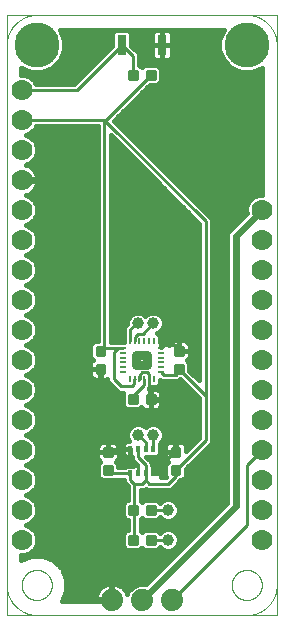
<source format=gtl>
G75*
%MOIN*%
%OFA0B0*%
%FSLAX25Y25*%
%IPPOS*%
%LPD*%
%AMOC8*
5,1,8,0,0,1.08239X$1,22.5*
%
%ADD10C,0.00000*%
%ADD11C,0.00875*%
%ADD12C,0.07400*%
%ADD13C,0.15000*%
%ADD14C,0.07000*%
%ADD15R,0.01378X0.01969*%
%ADD16R,0.03150X0.06693*%
%ADD17R,0.02362X0.00787*%
%ADD18R,0.00787X0.02362*%
%ADD19C,0.03031*%
%ADD20C,0.01600*%
%ADD21C,0.01000*%
%ADD22C,0.03962*%
%ADD23C,0.02400*%
D10*
X0005000Y0004300D02*
X0005000Y0204261D01*
X0094951Y0204261D01*
X0094951Y0004300D01*
X0005000Y0004300D01*
X0005000Y0014300D02*
X0005000Y0194300D01*
X0005003Y0194542D01*
X0005012Y0194783D01*
X0005026Y0195024D01*
X0005047Y0195265D01*
X0005073Y0195505D01*
X0005105Y0195745D01*
X0005143Y0195984D01*
X0005186Y0196221D01*
X0005236Y0196458D01*
X0005291Y0196693D01*
X0005351Y0196927D01*
X0005418Y0197159D01*
X0005489Y0197390D01*
X0005567Y0197619D01*
X0005650Y0197846D01*
X0005738Y0198071D01*
X0005832Y0198294D01*
X0005931Y0198514D01*
X0006036Y0198732D01*
X0006145Y0198947D01*
X0006260Y0199160D01*
X0006380Y0199370D01*
X0006505Y0199576D01*
X0006635Y0199780D01*
X0006770Y0199981D01*
X0006910Y0200178D01*
X0007054Y0200372D01*
X0007203Y0200562D01*
X0007357Y0200748D01*
X0007515Y0200931D01*
X0007677Y0201110D01*
X0007844Y0201285D01*
X0008015Y0201456D01*
X0008190Y0201623D01*
X0008369Y0201785D01*
X0008552Y0201943D01*
X0008738Y0202097D01*
X0008928Y0202246D01*
X0009122Y0202390D01*
X0009319Y0202530D01*
X0009520Y0202665D01*
X0009724Y0202795D01*
X0009930Y0202920D01*
X0010140Y0203040D01*
X0010353Y0203155D01*
X0010568Y0203264D01*
X0010786Y0203369D01*
X0011006Y0203468D01*
X0011229Y0203562D01*
X0011454Y0203650D01*
X0011681Y0203733D01*
X0011910Y0203811D01*
X0012141Y0203882D01*
X0012373Y0203949D01*
X0012607Y0204009D01*
X0012842Y0204064D01*
X0013079Y0204114D01*
X0013316Y0204157D01*
X0013555Y0204195D01*
X0013795Y0204227D01*
X0014035Y0204253D01*
X0014276Y0204274D01*
X0014517Y0204288D01*
X0014758Y0204297D01*
X0015000Y0204300D01*
X0085000Y0204300D01*
X0085242Y0204297D01*
X0085483Y0204288D01*
X0085724Y0204274D01*
X0085965Y0204253D01*
X0086205Y0204227D01*
X0086445Y0204195D01*
X0086684Y0204157D01*
X0086921Y0204114D01*
X0087158Y0204064D01*
X0087393Y0204009D01*
X0087627Y0203949D01*
X0087859Y0203882D01*
X0088090Y0203811D01*
X0088319Y0203733D01*
X0088546Y0203650D01*
X0088771Y0203562D01*
X0088994Y0203468D01*
X0089214Y0203369D01*
X0089432Y0203264D01*
X0089647Y0203155D01*
X0089860Y0203040D01*
X0090070Y0202920D01*
X0090276Y0202795D01*
X0090480Y0202665D01*
X0090681Y0202530D01*
X0090878Y0202390D01*
X0091072Y0202246D01*
X0091262Y0202097D01*
X0091448Y0201943D01*
X0091631Y0201785D01*
X0091810Y0201623D01*
X0091985Y0201456D01*
X0092156Y0201285D01*
X0092323Y0201110D01*
X0092485Y0200931D01*
X0092643Y0200748D01*
X0092797Y0200562D01*
X0092946Y0200372D01*
X0093090Y0200178D01*
X0093230Y0199981D01*
X0093365Y0199780D01*
X0093495Y0199576D01*
X0093620Y0199370D01*
X0093740Y0199160D01*
X0093855Y0198947D01*
X0093964Y0198732D01*
X0094069Y0198514D01*
X0094168Y0198294D01*
X0094262Y0198071D01*
X0094350Y0197846D01*
X0094433Y0197619D01*
X0094511Y0197390D01*
X0094582Y0197159D01*
X0094649Y0196927D01*
X0094709Y0196693D01*
X0094764Y0196458D01*
X0094814Y0196221D01*
X0094857Y0195984D01*
X0094895Y0195745D01*
X0094927Y0195505D01*
X0094953Y0195265D01*
X0094974Y0195024D01*
X0094988Y0194783D01*
X0094997Y0194542D01*
X0095000Y0194300D01*
X0095000Y0014300D01*
X0080000Y0014300D02*
X0080002Y0014441D01*
X0080008Y0014582D01*
X0080018Y0014722D01*
X0080032Y0014862D01*
X0080050Y0015002D01*
X0080071Y0015141D01*
X0080097Y0015280D01*
X0080126Y0015418D01*
X0080160Y0015554D01*
X0080197Y0015690D01*
X0080238Y0015825D01*
X0080283Y0015959D01*
X0080332Y0016091D01*
X0080384Y0016222D01*
X0080440Y0016351D01*
X0080500Y0016478D01*
X0080563Y0016604D01*
X0080629Y0016728D01*
X0080700Y0016851D01*
X0080773Y0016971D01*
X0080850Y0017089D01*
X0080930Y0017205D01*
X0081014Y0017318D01*
X0081100Y0017429D01*
X0081190Y0017538D01*
X0081283Y0017644D01*
X0081378Y0017747D01*
X0081477Y0017848D01*
X0081578Y0017946D01*
X0081682Y0018041D01*
X0081789Y0018133D01*
X0081898Y0018222D01*
X0082010Y0018307D01*
X0082124Y0018390D01*
X0082240Y0018470D01*
X0082359Y0018546D01*
X0082480Y0018618D01*
X0082602Y0018688D01*
X0082727Y0018753D01*
X0082853Y0018816D01*
X0082981Y0018874D01*
X0083111Y0018929D01*
X0083242Y0018981D01*
X0083375Y0019028D01*
X0083509Y0019072D01*
X0083644Y0019113D01*
X0083780Y0019149D01*
X0083917Y0019181D01*
X0084055Y0019210D01*
X0084193Y0019235D01*
X0084333Y0019255D01*
X0084473Y0019272D01*
X0084613Y0019285D01*
X0084754Y0019294D01*
X0084894Y0019299D01*
X0085035Y0019300D01*
X0085176Y0019297D01*
X0085317Y0019290D01*
X0085457Y0019279D01*
X0085597Y0019264D01*
X0085737Y0019245D01*
X0085876Y0019223D01*
X0086014Y0019196D01*
X0086152Y0019166D01*
X0086288Y0019131D01*
X0086424Y0019093D01*
X0086558Y0019051D01*
X0086692Y0019005D01*
X0086824Y0018956D01*
X0086954Y0018902D01*
X0087083Y0018845D01*
X0087210Y0018785D01*
X0087336Y0018721D01*
X0087459Y0018653D01*
X0087581Y0018582D01*
X0087701Y0018508D01*
X0087818Y0018430D01*
X0087933Y0018349D01*
X0088046Y0018265D01*
X0088157Y0018178D01*
X0088265Y0018087D01*
X0088370Y0017994D01*
X0088473Y0017897D01*
X0088573Y0017798D01*
X0088670Y0017696D01*
X0088764Y0017591D01*
X0088855Y0017484D01*
X0088943Y0017374D01*
X0089028Y0017262D01*
X0089110Y0017147D01*
X0089189Y0017030D01*
X0089264Y0016911D01*
X0089336Y0016790D01*
X0089404Y0016667D01*
X0089469Y0016542D01*
X0089531Y0016415D01*
X0089588Y0016286D01*
X0089643Y0016156D01*
X0089693Y0016025D01*
X0089740Y0015892D01*
X0089783Y0015758D01*
X0089822Y0015622D01*
X0089857Y0015486D01*
X0089889Y0015349D01*
X0089916Y0015211D01*
X0089940Y0015072D01*
X0089960Y0014932D01*
X0089976Y0014792D01*
X0089988Y0014652D01*
X0089996Y0014511D01*
X0090000Y0014370D01*
X0090000Y0014230D01*
X0089996Y0014089D01*
X0089988Y0013948D01*
X0089976Y0013808D01*
X0089960Y0013668D01*
X0089940Y0013528D01*
X0089916Y0013389D01*
X0089889Y0013251D01*
X0089857Y0013114D01*
X0089822Y0012978D01*
X0089783Y0012842D01*
X0089740Y0012708D01*
X0089693Y0012575D01*
X0089643Y0012444D01*
X0089588Y0012314D01*
X0089531Y0012185D01*
X0089469Y0012058D01*
X0089404Y0011933D01*
X0089336Y0011810D01*
X0089264Y0011689D01*
X0089189Y0011570D01*
X0089110Y0011453D01*
X0089028Y0011338D01*
X0088943Y0011226D01*
X0088855Y0011116D01*
X0088764Y0011009D01*
X0088670Y0010904D01*
X0088573Y0010802D01*
X0088473Y0010703D01*
X0088370Y0010606D01*
X0088265Y0010513D01*
X0088157Y0010422D01*
X0088046Y0010335D01*
X0087933Y0010251D01*
X0087818Y0010170D01*
X0087701Y0010092D01*
X0087581Y0010018D01*
X0087459Y0009947D01*
X0087336Y0009879D01*
X0087210Y0009815D01*
X0087083Y0009755D01*
X0086954Y0009698D01*
X0086824Y0009644D01*
X0086692Y0009595D01*
X0086558Y0009549D01*
X0086424Y0009507D01*
X0086288Y0009469D01*
X0086152Y0009434D01*
X0086014Y0009404D01*
X0085876Y0009377D01*
X0085737Y0009355D01*
X0085597Y0009336D01*
X0085457Y0009321D01*
X0085317Y0009310D01*
X0085176Y0009303D01*
X0085035Y0009300D01*
X0084894Y0009301D01*
X0084754Y0009306D01*
X0084613Y0009315D01*
X0084473Y0009328D01*
X0084333Y0009345D01*
X0084193Y0009365D01*
X0084055Y0009390D01*
X0083917Y0009419D01*
X0083780Y0009451D01*
X0083644Y0009487D01*
X0083509Y0009528D01*
X0083375Y0009572D01*
X0083242Y0009619D01*
X0083111Y0009671D01*
X0082981Y0009726D01*
X0082853Y0009784D01*
X0082727Y0009847D01*
X0082602Y0009912D01*
X0082480Y0009982D01*
X0082359Y0010054D01*
X0082240Y0010130D01*
X0082124Y0010210D01*
X0082010Y0010293D01*
X0081898Y0010378D01*
X0081789Y0010467D01*
X0081682Y0010559D01*
X0081578Y0010654D01*
X0081477Y0010752D01*
X0081378Y0010853D01*
X0081283Y0010956D01*
X0081190Y0011062D01*
X0081100Y0011171D01*
X0081014Y0011282D01*
X0080930Y0011395D01*
X0080850Y0011511D01*
X0080773Y0011629D01*
X0080700Y0011749D01*
X0080629Y0011872D01*
X0080563Y0011996D01*
X0080500Y0012122D01*
X0080440Y0012249D01*
X0080384Y0012378D01*
X0080332Y0012509D01*
X0080283Y0012641D01*
X0080238Y0012775D01*
X0080197Y0012910D01*
X0080160Y0013046D01*
X0080126Y0013182D01*
X0080097Y0013320D01*
X0080071Y0013459D01*
X0080050Y0013598D01*
X0080032Y0013738D01*
X0080018Y0013878D01*
X0080008Y0014018D01*
X0080002Y0014159D01*
X0080000Y0014300D01*
X0085000Y0004300D02*
X0085242Y0004303D01*
X0085483Y0004312D01*
X0085724Y0004326D01*
X0085965Y0004347D01*
X0086205Y0004373D01*
X0086445Y0004405D01*
X0086684Y0004443D01*
X0086921Y0004486D01*
X0087158Y0004536D01*
X0087393Y0004591D01*
X0087627Y0004651D01*
X0087859Y0004718D01*
X0088090Y0004789D01*
X0088319Y0004867D01*
X0088546Y0004950D01*
X0088771Y0005038D01*
X0088994Y0005132D01*
X0089214Y0005231D01*
X0089432Y0005336D01*
X0089647Y0005445D01*
X0089860Y0005560D01*
X0090070Y0005680D01*
X0090276Y0005805D01*
X0090480Y0005935D01*
X0090681Y0006070D01*
X0090878Y0006210D01*
X0091072Y0006354D01*
X0091262Y0006503D01*
X0091448Y0006657D01*
X0091631Y0006815D01*
X0091810Y0006977D01*
X0091985Y0007144D01*
X0092156Y0007315D01*
X0092323Y0007490D01*
X0092485Y0007669D01*
X0092643Y0007852D01*
X0092797Y0008038D01*
X0092946Y0008228D01*
X0093090Y0008422D01*
X0093230Y0008619D01*
X0093365Y0008820D01*
X0093495Y0009024D01*
X0093620Y0009230D01*
X0093740Y0009440D01*
X0093855Y0009653D01*
X0093964Y0009868D01*
X0094069Y0010086D01*
X0094168Y0010306D01*
X0094262Y0010529D01*
X0094350Y0010754D01*
X0094433Y0010981D01*
X0094511Y0011210D01*
X0094582Y0011441D01*
X0094649Y0011673D01*
X0094709Y0011907D01*
X0094764Y0012142D01*
X0094814Y0012379D01*
X0094857Y0012616D01*
X0094895Y0012855D01*
X0094927Y0013095D01*
X0094953Y0013335D01*
X0094974Y0013576D01*
X0094988Y0013817D01*
X0094997Y0014058D01*
X0095000Y0014300D01*
X0085000Y0004300D02*
X0015000Y0004300D01*
X0010000Y0014300D02*
X0010002Y0014441D01*
X0010008Y0014582D01*
X0010018Y0014722D01*
X0010032Y0014862D01*
X0010050Y0015002D01*
X0010071Y0015141D01*
X0010097Y0015280D01*
X0010126Y0015418D01*
X0010160Y0015554D01*
X0010197Y0015690D01*
X0010238Y0015825D01*
X0010283Y0015959D01*
X0010332Y0016091D01*
X0010384Y0016222D01*
X0010440Y0016351D01*
X0010500Y0016478D01*
X0010563Y0016604D01*
X0010629Y0016728D01*
X0010700Y0016851D01*
X0010773Y0016971D01*
X0010850Y0017089D01*
X0010930Y0017205D01*
X0011014Y0017318D01*
X0011100Y0017429D01*
X0011190Y0017538D01*
X0011283Y0017644D01*
X0011378Y0017747D01*
X0011477Y0017848D01*
X0011578Y0017946D01*
X0011682Y0018041D01*
X0011789Y0018133D01*
X0011898Y0018222D01*
X0012010Y0018307D01*
X0012124Y0018390D01*
X0012240Y0018470D01*
X0012359Y0018546D01*
X0012480Y0018618D01*
X0012602Y0018688D01*
X0012727Y0018753D01*
X0012853Y0018816D01*
X0012981Y0018874D01*
X0013111Y0018929D01*
X0013242Y0018981D01*
X0013375Y0019028D01*
X0013509Y0019072D01*
X0013644Y0019113D01*
X0013780Y0019149D01*
X0013917Y0019181D01*
X0014055Y0019210D01*
X0014193Y0019235D01*
X0014333Y0019255D01*
X0014473Y0019272D01*
X0014613Y0019285D01*
X0014754Y0019294D01*
X0014894Y0019299D01*
X0015035Y0019300D01*
X0015176Y0019297D01*
X0015317Y0019290D01*
X0015457Y0019279D01*
X0015597Y0019264D01*
X0015737Y0019245D01*
X0015876Y0019223D01*
X0016014Y0019196D01*
X0016152Y0019166D01*
X0016288Y0019131D01*
X0016424Y0019093D01*
X0016558Y0019051D01*
X0016692Y0019005D01*
X0016824Y0018956D01*
X0016954Y0018902D01*
X0017083Y0018845D01*
X0017210Y0018785D01*
X0017336Y0018721D01*
X0017459Y0018653D01*
X0017581Y0018582D01*
X0017701Y0018508D01*
X0017818Y0018430D01*
X0017933Y0018349D01*
X0018046Y0018265D01*
X0018157Y0018178D01*
X0018265Y0018087D01*
X0018370Y0017994D01*
X0018473Y0017897D01*
X0018573Y0017798D01*
X0018670Y0017696D01*
X0018764Y0017591D01*
X0018855Y0017484D01*
X0018943Y0017374D01*
X0019028Y0017262D01*
X0019110Y0017147D01*
X0019189Y0017030D01*
X0019264Y0016911D01*
X0019336Y0016790D01*
X0019404Y0016667D01*
X0019469Y0016542D01*
X0019531Y0016415D01*
X0019588Y0016286D01*
X0019643Y0016156D01*
X0019693Y0016025D01*
X0019740Y0015892D01*
X0019783Y0015758D01*
X0019822Y0015622D01*
X0019857Y0015486D01*
X0019889Y0015349D01*
X0019916Y0015211D01*
X0019940Y0015072D01*
X0019960Y0014932D01*
X0019976Y0014792D01*
X0019988Y0014652D01*
X0019996Y0014511D01*
X0020000Y0014370D01*
X0020000Y0014230D01*
X0019996Y0014089D01*
X0019988Y0013948D01*
X0019976Y0013808D01*
X0019960Y0013668D01*
X0019940Y0013528D01*
X0019916Y0013389D01*
X0019889Y0013251D01*
X0019857Y0013114D01*
X0019822Y0012978D01*
X0019783Y0012842D01*
X0019740Y0012708D01*
X0019693Y0012575D01*
X0019643Y0012444D01*
X0019588Y0012314D01*
X0019531Y0012185D01*
X0019469Y0012058D01*
X0019404Y0011933D01*
X0019336Y0011810D01*
X0019264Y0011689D01*
X0019189Y0011570D01*
X0019110Y0011453D01*
X0019028Y0011338D01*
X0018943Y0011226D01*
X0018855Y0011116D01*
X0018764Y0011009D01*
X0018670Y0010904D01*
X0018573Y0010802D01*
X0018473Y0010703D01*
X0018370Y0010606D01*
X0018265Y0010513D01*
X0018157Y0010422D01*
X0018046Y0010335D01*
X0017933Y0010251D01*
X0017818Y0010170D01*
X0017701Y0010092D01*
X0017581Y0010018D01*
X0017459Y0009947D01*
X0017336Y0009879D01*
X0017210Y0009815D01*
X0017083Y0009755D01*
X0016954Y0009698D01*
X0016824Y0009644D01*
X0016692Y0009595D01*
X0016558Y0009549D01*
X0016424Y0009507D01*
X0016288Y0009469D01*
X0016152Y0009434D01*
X0016014Y0009404D01*
X0015876Y0009377D01*
X0015737Y0009355D01*
X0015597Y0009336D01*
X0015457Y0009321D01*
X0015317Y0009310D01*
X0015176Y0009303D01*
X0015035Y0009300D01*
X0014894Y0009301D01*
X0014754Y0009306D01*
X0014613Y0009315D01*
X0014473Y0009328D01*
X0014333Y0009345D01*
X0014193Y0009365D01*
X0014055Y0009390D01*
X0013917Y0009419D01*
X0013780Y0009451D01*
X0013644Y0009487D01*
X0013509Y0009528D01*
X0013375Y0009572D01*
X0013242Y0009619D01*
X0013111Y0009671D01*
X0012981Y0009726D01*
X0012853Y0009784D01*
X0012727Y0009847D01*
X0012602Y0009912D01*
X0012480Y0009982D01*
X0012359Y0010054D01*
X0012240Y0010130D01*
X0012124Y0010210D01*
X0012010Y0010293D01*
X0011898Y0010378D01*
X0011789Y0010467D01*
X0011682Y0010559D01*
X0011578Y0010654D01*
X0011477Y0010752D01*
X0011378Y0010853D01*
X0011283Y0010956D01*
X0011190Y0011062D01*
X0011100Y0011171D01*
X0011014Y0011282D01*
X0010930Y0011395D01*
X0010850Y0011511D01*
X0010773Y0011629D01*
X0010700Y0011749D01*
X0010629Y0011872D01*
X0010563Y0011996D01*
X0010500Y0012122D01*
X0010440Y0012249D01*
X0010384Y0012378D01*
X0010332Y0012509D01*
X0010283Y0012641D01*
X0010238Y0012775D01*
X0010197Y0012910D01*
X0010160Y0013046D01*
X0010126Y0013182D01*
X0010097Y0013320D01*
X0010071Y0013459D01*
X0010050Y0013598D01*
X0010032Y0013738D01*
X0010018Y0013878D01*
X0010008Y0014018D01*
X0010002Y0014159D01*
X0010000Y0014300D01*
X0005000Y0014300D02*
X0005003Y0014058D01*
X0005012Y0013817D01*
X0005026Y0013576D01*
X0005047Y0013335D01*
X0005073Y0013095D01*
X0005105Y0012855D01*
X0005143Y0012616D01*
X0005186Y0012379D01*
X0005236Y0012142D01*
X0005291Y0011907D01*
X0005351Y0011673D01*
X0005418Y0011441D01*
X0005489Y0011210D01*
X0005567Y0010981D01*
X0005650Y0010754D01*
X0005738Y0010529D01*
X0005832Y0010306D01*
X0005931Y0010086D01*
X0006036Y0009868D01*
X0006145Y0009653D01*
X0006260Y0009440D01*
X0006380Y0009230D01*
X0006505Y0009024D01*
X0006635Y0008820D01*
X0006770Y0008619D01*
X0006910Y0008422D01*
X0007054Y0008228D01*
X0007203Y0008038D01*
X0007357Y0007852D01*
X0007515Y0007669D01*
X0007677Y0007490D01*
X0007844Y0007315D01*
X0008015Y0007144D01*
X0008190Y0006977D01*
X0008369Y0006815D01*
X0008552Y0006657D01*
X0008738Y0006503D01*
X0008928Y0006354D01*
X0009122Y0006210D01*
X0009319Y0006070D01*
X0009520Y0005935D01*
X0009724Y0005805D01*
X0009930Y0005680D01*
X0010140Y0005560D01*
X0010353Y0005445D01*
X0010568Y0005336D01*
X0010786Y0005231D01*
X0011006Y0005132D01*
X0011229Y0005038D01*
X0011454Y0004950D01*
X0011681Y0004867D01*
X0011910Y0004789D01*
X0012141Y0004718D01*
X0012373Y0004651D01*
X0012607Y0004591D01*
X0012842Y0004536D01*
X0013079Y0004486D01*
X0013316Y0004443D01*
X0013555Y0004405D01*
X0013795Y0004373D01*
X0014035Y0004347D01*
X0014276Y0004326D01*
X0014517Y0004312D01*
X0014758Y0004303D01*
X0015000Y0004300D01*
D11*
X0040063Y0051237D02*
X0040063Y0053863D01*
X0040063Y0051237D02*
X0037437Y0051237D01*
X0037437Y0053863D01*
X0040063Y0053863D01*
X0040063Y0052111D02*
X0037437Y0052111D01*
X0037437Y0052985D02*
X0040063Y0052985D01*
X0040063Y0053859D02*
X0037437Y0053859D01*
X0040063Y0057237D02*
X0040063Y0059863D01*
X0040063Y0057237D02*
X0037437Y0057237D01*
X0037437Y0059863D01*
X0040063Y0059863D01*
X0040063Y0058111D02*
X0037437Y0058111D01*
X0037437Y0058985D02*
X0040063Y0058985D01*
X0040063Y0059859D02*
X0037437Y0059859D01*
X0045687Y0074862D02*
X0048313Y0074862D01*
X0045687Y0074862D02*
X0045687Y0077488D01*
X0048313Y0077488D01*
X0048313Y0074862D01*
X0048313Y0075736D02*
X0045687Y0075736D01*
X0045687Y0076610D02*
X0048313Y0076610D01*
X0048313Y0077484D02*
X0045687Y0077484D01*
X0051687Y0074862D02*
X0054313Y0074862D01*
X0051687Y0074862D02*
X0051687Y0077488D01*
X0054313Y0077488D01*
X0054313Y0074862D01*
X0054313Y0075736D02*
X0051687Y0075736D01*
X0051687Y0076610D02*
X0054313Y0076610D01*
X0054313Y0077484D02*
X0051687Y0077484D01*
X0062563Y0059863D02*
X0062563Y0057237D01*
X0059937Y0057237D01*
X0059937Y0059863D01*
X0062563Y0059863D01*
X0062563Y0058111D02*
X0059937Y0058111D01*
X0059937Y0058985D02*
X0062563Y0058985D01*
X0062563Y0059859D02*
X0059937Y0059859D01*
X0062563Y0053863D02*
X0062563Y0051237D01*
X0059937Y0051237D01*
X0059937Y0053863D01*
X0062563Y0053863D01*
X0062563Y0052111D02*
X0059937Y0052111D01*
X0059937Y0052985D02*
X0062563Y0052985D01*
X0062563Y0053859D02*
X0059937Y0053859D01*
X0054313Y0040613D02*
X0051687Y0040613D01*
X0054313Y0040613D02*
X0054313Y0037987D01*
X0051687Y0037987D01*
X0051687Y0040613D01*
X0051687Y0038861D02*
X0054313Y0038861D01*
X0054313Y0039735D02*
X0051687Y0039735D01*
X0051687Y0040609D02*
X0054313Y0040609D01*
X0054313Y0030613D02*
X0051687Y0030613D01*
X0054313Y0030613D02*
X0054313Y0027987D01*
X0051687Y0027987D01*
X0051687Y0030613D01*
X0051687Y0028861D02*
X0054313Y0028861D01*
X0054313Y0029735D02*
X0051687Y0029735D01*
X0051687Y0030609D02*
X0054313Y0030609D01*
X0048313Y0030613D02*
X0045687Y0030613D01*
X0048313Y0030613D02*
X0048313Y0027987D01*
X0045687Y0027987D01*
X0045687Y0030613D01*
X0045687Y0028861D02*
X0048313Y0028861D01*
X0048313Y0029735D02*
X0045687Y0029735D01*
X0045687Y0030609D02*
X0048313Y0030609D01*
X0048313Y0040613D02*
X0045687Y0040613D01*
X0048313Y0040613D02*
X0048313Y0037987D01*
X0045687Y0037987D01*
X0045687Y0040613D01*
X0045687Y0038861D02*
X0048313Y0038861D01*
X0048313Y0039735D02*
X0045687Y0039735D01*
X0045687Y0040609D02*
X0048313Y0040609D01*
X0034937Y0084987D02*
X0034937Y0087613D01*
X0037563Y0087613D01*
X0037563Y0084987D01*
X0034937Y0084987D01*
X0034937Y0085861D02*
X0037563Y0085861D01*
X0037563Y0086735D02*
X0034937Y0086735D01*
X0034937Y0087609D02*
X0037563Y0087609D01*
X0034937Y0090987D02*
X0034937Y0093613D01*
X0037563Y0093613D01*
X0037563Y0090987D01*
X0034937Y0090987D01*
X0034937Y0091861D02*
X0037563Y0091861D01*
X0037563Y0092735D02*
X0034937Y0092735D01*
X0034937Y0093609D02*
X0037563Y0093609D01*
X0063813Y0093613D02*
X0063813Y0090987D01*
X0061187Y0090987D01*
X0061187Y0093613D01*
X0063813Y0093613D01*
X0063813Y0091861D02*
X0061187Y0091861D01*
X0061187Y0092735D02*
X0063813Y0092735D01*
X0063813Y0093609D02*
X0061187Y0093609D01*
X0063813Y0087613D02*
X0063813Y0084987D01*
X0061187Y0084987D01*
X0061187Y0087613D01*
X0063813Y0087613D01*
X0063813Y0085861D02*
X0061187Y0085861D01*
X0061187Y0086735D02*
X0063813Y0086735D01*
X0063813Y0087609D02*
X0061187Y0087609D01*
X0054313Y0185613D02*
X0051687Y0185613D01*
X0054313Y0185613D02*
X0054313Y0182987D01*
X0051687Y0182987D01*
X0051687Y0185613D01*
X0051687Y0183861D02*
X0054313Y0183861D01*
X0054313Y0184735D02*
X0051687Y0184735D01*
X0051687Y0185609D02*
X0054313Y0185609D01*
X0048313Y0185613D02*
X0045687Y0185613D01*
X0048313Y0185613D02*
X0048313Y0182987D01*
X0045687Y0182987D01*
X0045687Y0185613D01*
X0045687Y0183861D02*
X0048313Y0183861D01*
X0048313Y0184735D02*
X0045687Y0184735D01*
X0045687Y0185609D02*
X0048313Y0185609D01*
D12*
X0050000Y0009300D03*
X0040000Y0009300D03*
X0060000Y0009300D03*
D13*
X0085000Y0194300D03*
X0015000Y0194300D03*
D14*
X0010000Y0179300D03*
X0010000Y0169300D03*
X0010000Y0159300D03*
X0010000Y0149300D03*
X0010000Y0139300D03*
X0010000Y0129300D03*
X0010000Y0119300D03*
X0010000Y0109300D03*
X0010000Y0099300D03*
X0010000Y0089300D03*
X0010000Y0079300D03*
X0010000Y0069300D03*
X0010000Y0059300D03*
X0010000Y0049300D03*
X0010000Y0039300D03*
X0010000Y0029300D03*
X0090000Y0029300D03*
X0090000Y0039300D03*
X0090000Y0049300D03*
X0090000Y0059300D03*
X0090000Y0069300D03*
X0090000Y0079300D03*
X0090000Y0089300D03*
X0090000Y0099300D03*
X0090000Y0109300D03*
X0090000Y0119300D03*
X0090000Y0129300D03*
X0090000Y0139300D03*
D15*
X0053839Y0059585D03*
X0051280Y0059585D03*
X0048720Y0059585D03*
X0046161Y0059585D03*
X0046161Y0051515D03*
X0048720Y0051515D03*
X0051280Y0051515D03*
X0053839Y0051515D03*
D16*
X0056693Y0194300D03*
X0043307Y0194300D03*
D17*
X0043701Y0093237D03*
X0043701Y0091662D03*
X0043701Y0090087D03*
X0043701Y0088513D03*
X0043701Y0086938D03*
X0043701Y0085363D03*
X0056299Y0085363D03*
X0056299Y0086938D03*
X0056299Y0088513D03*
X0056299Y0090087D03*
X0056299Y0091662D03*
X0056299Y0093237D03*
D18*
X0053937Y0095599D03*
X0052362Y0095599D03*
X0050787Y0095599D03*
X0049213Y0095599D03*
X0047638Y0095599D03*
X0046063Y0095599D03*
X0046063Y0083001D03*
X0047638Y0083001D03*
X0049213Y0083001D03*
X0050787Y0083001D03*
X0052362Y0083001D03*
X0053937Y0083001D03*
D19*
X0051831Y0087784D02*
X0048169Y0087784D01*
X0048169Y0090816D01*
X0051831Y0090816D01*
X0051831Y0087784D01*
X0051831Y0090814D02*
X0048169Y0090814D01*
D20*
X0043963Y0095337D02*
X0043963Y0100249D01*
X0045120Y0101405D01*
X0045120Y0102207D01*
X0045665Y0103523D01*
X0046672Y0104531D01*
X0047988Y0105076D01*
X0049413Y0105076D01*
X0050729Y0104531D01*
X0051243Y0104017D01*
X0051790Y0104565D01*
X0053107Y0105110D01*
X0054531Y0105110D01*
X0055847Y0104565D01*
X0056855Y0103558D01*
X0057400Y0102242D01*
X0057400Y0100817D01*
X0056855Y0099501D01*
X0055847Y0098493D01*
X0055164Y0098210D01*
X0055931Y0097443D01*
X0055931Y0095431D01*
X0056299Y0095431D01*
X0056299Y0093656D01*
X0056299Y0093656D01*
X0056299Y0095431D01*
X0057717Y0095431D01*
X0058175Y0095308D01*
X0058586Y0095071D01*
X0058921Y0094736D01*
X0059092Y0094438D01*
X0059102Y0094476D01*
X0059397Y0094986D01*
X0059814Y0095403D01*
X0060324Y0095698D01*
X0060893Y0095850D01*
X0062425Y0095850D01*
X0062425Y0092375D01*
X0062575Y0092375D01*
X0062575Y0095850D01*
X0064107Y0095850D01*
X0064676Y0095698D01*
X0065186Y0095403D01*
X0065603Y0094986D01*
X0065898Y0094476D01*
X0066050Y0093907D01*
X0066050Y0092375D01*
X0062575Y0092375D01*
X0062575Y0092225D01*
X0066050Y0092225D01*
X0066050Y0090693D01*
X0065898Y0090124D01*
X0065603Y0089614D01*
X0065186Y0089197D01*
X0065138Y0089169D01*
X0065850Y0088456D01*
X0065850Y0085795D01*
X0069150Y0082495D01*
X0069150Y0134680D01*
X0039600Y0164230D01*
X0039600Y0095337D01*
X0043963Y0095337D01*
X0043963Y0095415D02*
X0039600Y0095415D01*
X0039600Y0097014D02*
X0043963Y0097014D01*
X0043963Y0098612D02*
X0039600Y0098612D01*
X0039600Y0100211D02*
X0043963Y0100211D01*
X0045120Y0101809D02*
X0039600Y0101809D01*
X0039600Y0103408D02*
X0045617Y0103408D01*
X0047820Y0105006D02*
X0039600Y0105006D01*
X0039600Y0106605D02*
X0069150Y0106605D01*
X0069150Y0108203D02*
X0039600Y0108203D01*
X0039600Y0109802D02*
X0069150Y0109802D01*
X0069150Y0111400D02*
X0039600Y0111400D01*
X0039600Y0112999D02*
X0069150Y0112999D01*
X0069150Y0114597D02*
X0039600Y0114597D01*
X0039600Y0116196D02*
X0069150Y0116196D01*
X0069150Y0117794D02*
X0039600Y0117794D01*
X0039600Y0119393D02*
X0069150Y0119393D01*
X0069150Y0120991D02*
X0039600Y0120991D01*
X0039600Y0122590D02*
X0069150Y0122590D01*
X0069150Y0124188D02*
X0039600Y0124188D01*
X0039600Y0125787D02*
X0069150Y0125787D01*
X0069150Y0127385D02*
X0039600Y0127385D01*
X0039600Y0128984D02*
X0069150Y0128984D01*
X0069150Y0130582D02*
X0039600Y0130582D01*
X0039600Y0132181D02*
X0069150Y0132181D01*
X0069150Y0133779D02*
X0039600Y0133779D01*
X0039600Y0135378D02*
X0068452Y0135378D01*
X0066854Y0136976D02*
X0039600Y0136976D01*
X0039600Y0138575D02*
X0065255Y0138575D01*
X0063657Y0140173D02*
X0039600Y0140173D01*
X0039600Y0141772D02*
X0062058Y0141772D01*
X0060460Y0143370D02*
X0039600Y0143370D01*
X0039600Y0144969D02*
X0058861Y0144969D01*
X0057263Y0146568D02*
X0039600Y0146568D01*
X0039600Y0148166D02*
X0055664Y0148166D01*
X0054066Y0149765D02*
X0039600Y0149765D01*
X0039600Y0151363D02*
X0052467Y0151363D01*
X0050869Y0152962D02*
X0039600Y0152962D01*
X0039600Y0154560D02*
X0049270Y0154560D01*
X0047672Y0156159D02*
X0039600Y0156159D01*
X0039600Y0157757D02*
X0046073Y0157757D01*
X0044475Y0159356D02*
X0039600Y0159356D01*
X0039600Y0160954D02*
X0042876Y0160954D01*
X0041278Y0162553D02*
X0039600Y0162553D01*
X0039600Y0164151D02*
X0039679Y0164151D01*
X0040823Y0168947D02*
X0090151Y0168947D01*
X0090151Y0170545D02*
X0042215Y0170545D01*
X0040720Y0169050D02*
X0052620Y0180950D01*
X0055156Y0180950D01*
X0056350Y0182144D01*
X0056350Y0186456D01*
X0055156Y0187650D01*
X0050844Y0187650D01*
X0050000Y0186806D01*
X0049156Y0187650D01*
X0049100Y0187650D01*
X0049100Y0191477D01*
X0046482Y0194095D01*
X0046482Y0198309D01*
X0045545Y0199246D01*
X0041070Y0199246D01*
X0040132Y0198309D01*
X0040132Y0194095D01*
X0027437Y0181400D01*
X0014650Y0181400D01*
X0014324Y0182189D01*
X0012889Y0183624D01*
X0011014Y0184400D01*
X0009800Y0184400D01*
X0009800Y0186631D01*
X0009845Y0186585D01*
X0013190Y0185200D01*
X0016810Y0185200D01*
X0020155Y0186585D01*
X0022715Y0189145D01*
X0024100Y0192490D01*
X0024100Y0196110D01*
X0022715Y0199455D01*
X0022709Y0199461D01*
X0077291Y0199461D01*
X0077285Y0199455D01*
X0075900Y0196110D01*
X0075900Y0192490D01*
X0077285Y0189145D01*
X0079845Y0186585D01*
X0083190Y0185200D01*
X0086810Y0185200D01*
X0090151Y0186584D01*
X0090151Y0144400D01*
X0088986Y0144400D01*
X0087111Y0143624D01*
X0085676Y0142189D01*
X0084900Y0140314D01*
X0084900Y0138286D01*
X0084937Y0138197D01*
X0079664Y0132924D01*
X0078876Y0132136D01*
X0078450Y0131107D01*
X0078450Y0041710D01*
X0051256Y0014516D01*
X0051054Y0014600D01*
X0048946Y0014600D01*
X0046998Y0013793D01*
X0045507Y0012302D01*
X0045115Y0011356D01*
X0045097Y0011411D01*
X0044704Y0012183D01*
X0044195Y0012883D01*
X0043583Y0013495D01*
X0042883Y0014004D01*
X0042111Y0014397D01*
X0041288Y0014665D01*
X0040433Y0014800D01*
X0040200Y0014800D01*
X0040200Y0009500D01*
X0039800Y0009500D01*
X0039800Y0014800D01*
X0039567Y0014800D01*
X0038712Y0014665D01*
X0037889Y0014397D01*
X0037117Y0014004D01*
X0036417Y0013495D01*
X0035805Y0012883D01*
X0035296Y0012183D01*
X0034903Y0011411D01*
X0034635Y0010588D01*
X0034500Y0009733D01*
X0034500Y0009500D01*
X0039800Y0009500D01*
X0039800Y0009100D01*
X0023454Y0009100D01*
X0024800Y0012351D01*
X0024800Y0016249D01*
X0023308Y0019851D01*
X0020551Y0022608D01*
X0016949Y0024100D01*
X0013051Y0024100D01*
X0009800Y0022754D01*
X0009800Y0024200D01*
X0011014Y0024200D01*
X0012889Y0024976D01*
X0014324Y0026411D01*
X0015100Y0028286D01*
X0015100Y0030314D01*
X0014324Y0032189D01*
X0012889Y0033624D01*
X0011256Y0034300D01*
X0012889Y0034976D01*
X0014324Y0036411D01*
X0015100Y0038286D01*
X0015100Y0040314D01*
X0014324Y0042189D01*
X0012889Y0043624D01*
X0011256Y0044300D01*
X0012889Y0044976D01*
X0014324Y0046411D01*
X0015100Y0048286D01*
X0015100Y0050314D01*
X0014324Y0052189D01*
X0012889Y0053624D01*
X0011256Y0054300D01*
X0012889Y0054976D01*
X0014324Y0056411D01*
X0015100Y0058286D01*
X0015100Y0060314D01*
X0014324Y0062189D01*
X0012889Y0063624D01*
X0011256Y0064300D01*
X0012889Y0064976D01*
X0014324Y0066411D01*
X0015100Y0068286D01*
X0015100Y0070314D01*
X0014324Y0072189D01*
X0012889Y0073624D01*
X0011256Y0074300D01*
X0012889Y0074976D01*
X0014324Y0076411D01*
X0015100Y0078286D01*
X0015100Y0080314D01*
X0014324Y0082189D01*
X0012889Y0083624D01*
X0011256Y0084300D01*
X0012889Y0084976D01*
X0014324Y0086411D01*
X0015100Y0088286D01*
X0015100Y0090314D01*
X0014324Y0092189D01*
X0012889Y0093624D01*
X0011256Y0094300D01*
X0012889Y0094976D01*
X0014324Y0096411D01*
X0015100Y0098286D01*
X0015100Y0100314D01*
X0014324Y0102189D01*
X0012889Y0103624D01*
X0011256Y0104300D01*
X0012889Y0104976D01*
X0014324Y0106411D01*
X0015100Y0108286D01*
X0015100Y0110314D01*
X0014324Y0112189D01*
X0012889Y0113624D01*
X0011256Y0114300D01*
X0012889Y0114976D01*
X0014324Y0116411D01*
X0015100Y0118286D01*
X0015100Y0120314D01*
X0014324Y0122189D01*
X0012889Y0123624D01*
X0011256Y0124300D01*
X0012889Y0124976D01*
X0014324Y0126411D01*
X0015100Y0128286D01*
X0015100Y0130314D01*
X0014324Y0132189D01*
X0012889Y0133624D01*
X0011256Y0134300D01*
X0012889Y0134976D01*
X0014324Y0136411D01*
X0015100Y0138286D01*
X0015100Y0140314D01*
X0014324Y0142189D01*
X0012889Y0143624D01*
X0011479Y0144208D01*
X0012034Y0144388D01*
X0012778Y0144767D01*
X0013453Y0145257D01*
X0014043Y0145847D01*
X0014533Y0146522D01*
X0014912Y0147266D01*
X0015169Y0148059D01*
X0015300Y0148883D01*
X0015300Y0149116D01*
X0010184Y0149116D01*
X0010184Y0149484D01*
X0015300Y0149484D01*
X0015300Y0149717D01*
X0015169Y0150541D01*
X0014912Y0151334D01*
X0014533Y0152078D01*
X0014043Y0152753D01*
X0013453Y0153343D01*
X0012778Y0153833D01*
X0012034Y0154212D01*
X0011479Y0154392D01*
X0012889Y0154976D01*
X0014324Y0156411D01*
X0015100Y0158286D01*
X0015100Y0160314D01*
X0014324Y0162189D01*
X0012889Y0163624D01*
X0011256Y0164300D01*
X0012889Y0164976D01*
X0014324Y0166411D01*
X0014650Y0167200D01*
X0035400Y0167200D01*
X0035400Y0095650D01*
X0034094Y0095650D01*
X0032900Y0094456D01*
X0032900Y0090144D01*
X0033612Y0089431D01*
X0033564Y0089403D01*
X0033147Y0088986D01*
X0032852Y0088476D01*
X0032700Y0087907D01*
X0032700Y0086375D01*
X0036175Y0086375D01*
X0036175Y0086225D01*
X0036325Y0086225D01*
X0036325Y0082750D01*
X0037857Y0082750D01*
X0038426Y0082902D01*
X0038525Y0082960D01*
X0038525Y0082180D01*
X0041025Y0079680D01*
X0042255Y0078450D01*
X0043769Y0078450D01*
X0043650Y0078331D01*
X0043650Y0074019D01*
X0044844Y0072825D01*
X0049156Y0072825D01*
X0049869Y0073537D01*
X0049897Y0073489D01*
X0050314Y0073072D01*
X0050824Y0072777D01*
X0051393Y0072625D01*
X0052925Y0072625D01*
X0052925Y0076100D01*
X0053075Y0076100D01*
X0053075Y0076250D01*
X0052925Y0076250D01*
X0052925Y0079725D01*
X0052283Y0079725D01*
X0052577Y0080020D01*
X0052993Y0080020D01*
X0053451Y0080142D01*
X0053585Y0080220D01*
X0054993Y0080220D01*
X0055931Y0081157D01*
X0055931Y0082762D01*
X0056492Y0082200D01*
X0062120Y0082200D01*
X0062812Y0082893D01*
X0069150Y0076555D01*
X0069150Y0063420D01*
X0064800Y0059070D01*
X0064800Y0060157D01*
X0064648Y0060726D01*
X0064353Y0061236D01*
X0063936Y0061653D01*
X0063426Y0061948D01*
X0062857Y0062100D01*
X0061325Y0062100D01*
X0061325Y0058625D01*
X0061175Y0058625D01*
X0061175Y0062100D01*
X0059643Y0062100D01*
X0059074Y0061948D01*
X0058564Y0061653D01*
X0058147Y0061236D01*
X0057852Y0060726D01*
X0057700Y0060157D01*
X0057700Y0058625D01*
X0061175Y0058625D01*
X0061175Y0058475D01*
X0057700Y0058475D01*
X0057700Y0056943D01*
X0057852Y0056374D01*
X0058147Y0055864D01*
X0058564Y0055447D01*
X0058612Y0055419D01*
X0057900Y0054706D01*
X0057900Y0050394D01*
X0058012Y0050282D01*
X0057880Y0050150D01*
X0056289Y0050150D01*
X0056328Y0050293D01*
X0056328Y0051514D01*
X0053839Y0051514D01*
X0053839Y0051515D01*
X0053839Y0051515D01*
X0053839Y0054299D01*
X0054765Y0054299D01*
X0055222Y0054176D01*
X0055633Y0053939D01*
X0055968Y0053604D01*
X0056205Y0053194D01*
X0056328Y0052736D01*
X0056328Y0051515D01*
X0053839Y0051515D01*
X0053839Y0054299D01*
X0053360Y0054299D01*
X0053360Y0055160D01*
X0051519Y0057001D01*
X0055190Y0057001D01*
X0056128Y0057938D01*
X0056128Y0061232D01*
X0055939Y0061421D01*
X0055939Y0061424D01*
X0056786Y0062271D01*
X0057331Y0063588D01*
X0057331Y0065012D01*
X0056786Y0066329D01*
X0055779Y0067336D01*
X0054462Y0067881D01*
X0053038Y0067881D01*
X0051721Y0067336D01*
X0051250Y0066864D01*
X0050779Y0067336D01*
X0049462Y0067881D01*
X0048038Y0067881D01*
X0046721Y0067336D01*
X0045714Y0066329D01*
X0045169Y0065012D01*
X0045169Y0063588D01*
X0045673Y0062370D01*
X0045235Y0062370D01*
X0044778Y0062247D01*
X0044367Y0062010D01*
X0044032Y0061675D01*
X0043795Y0061264D01*
X0043672Y0060807D01*
X0043672Y0059585D01*
X0043672Y0058364D01*
X0043795Y0057906D01*
X0044032Y0057496D01*
X0044367Y0057161D01*
X0044778Y0056924D01*
X0045235Y0056801D01*
X0046161Y0056801D01*
X0046161Y0059585D01*
X0046161Y0059585D01*
X0043672Y0059585D01*
X0046161Y0059585D01*
X0046161Y0059585D01*
X0046161Y0056801D01*
X0046620Y0056801D01*
X0046620Y0055960D01*
X0047851Y0054730D01*
X0048281Y0054299D01*
X0047795Y0054299D01*
X0047337Y0054176D01*
X0047203Y0054099D01*
X0044810Y0054099D01*
X0044325Y0053615D01*
X0042100Y0053615D01*
X0042100Y0054706D01*
X0041388Y0055419D01*
X0041436Y0055447D01*
X0041853Y0055864D01*
X0042148Y0056374D01*
X0042300Y0056943D01*
X0042300Y0058475D01*
X0038825Y0058475D01*
X0038825Y0058625D01*
X0038675Y0058625D01*
X0038675Y0062100D01*
X0037143Y0062100D01*
X0036574Y0061948D01*
X0036064Y0061653D01*
X0035647Y0061236D01*
X0035352Y0060726D01*
X0035200Y0060157D01*
X0035200Y0058625D01*
X0038675Y0058625D01*
X0038675Y0058475D01*
X0035200Y0058475D01*
X0035200Y0056943D01*
X0035352Y0056374D01*
X0035647Y0055864D01*
X0036064Y0055447D01*
X0036112Y0055419D01*
X0035400Y0054706D01*
X0035400Y0050394D01*
X0036594Y0049200D01*
X0040906Y0049200D01*
X0041121Y0049415D01*
X0044061Y0049415D01*
X0044061Y0048519D01*
X0045292Y0047289D01*
X0045400Y0047180D01*
X0045400Y0042650D01*
X0044844Y0042650D01*
X0043650Y0041456D01*
X0043650Y0037144D01*
X0044844Y0035950D01*
X0045400Y0035950D01*
X0045400Y0032650D01*
X0044844Y0032650D01*
X0043650Y0031456D01*
X0043650Y0027144D01*
X0044844Y0025950D01*
X0049156Y0025950D01*
X0050000Y0026794D01*
X0050844Y0025950D01*
X0055156Y0025950D01*
X0056096Y0026890D01*
X0056721Y0026264D01*
X0058038Y0025719D01*
X0059462Y0025719D01*
X0060779Y0026264D01*
X0061786Y0027271D01*
X0062331Y0028588D01*
X0062331Y0030012D01*
X0061786Y0031329D01*
X0060779Y0032336D01*
X0059462Y0032881D01*
X0058038Y0032881D01*
X0056721Y0032336D01*
X0056096Y0031710D01*
X0055156Y0032650D01*
X0050844Y0032650D01*
X0050000Y0031806D01*
X0049600Y0032206D01*
X0049600Y0036394D01*
X0050000Y0036794D01*
X0050844Y0035950D01*
X0055156Y0035950D01*
X0056096Y0036890D01*
X0056721Y0036264D01*
X0058038Y0035719D01*
X0059462Y0035719D01*
X0060779Y0036264D01*
X0061786Y0037271D01*
X0062331Y0038588D01*
X0062331Y0040012D01*
X0061786Y0041329D01*
X0060779Y0042336D01*
X0059462Y0042881D01*
X0058038Y0042881D01*
X0056721Y0042336D01*
X0056096Y0041710D01*
X0055156Y0042650D01*
X0050844Y0042650D01*
X0050000Y0041806D01*
X0049600Y0042206D01*
X0049600Y0045950D01*
X0050870Y0045950D01*
X0051250Y0046330D01*
X0051630Y0045950D01*
X0059620Y0045950D01*
X0062120Y0048450D01*
X0062870Y0049200D01*
X0063406Y0049200D01*
X0064600Y0050394D01*
X0064600Y0052930D01*
X0072120Y0060450D01*
X0073350Y0061680D01*
X0073350Y0136420D01*
X0040720Y0169050D01*
X0042422Y0167348D02*
X0090151Y0167348D01*
X0090151Y0165750D02*
X0044020Y0165750D01*
X0045619Y0164151D02*
X0090151Y0164151D01*
X0090151Y0162553D02*
X0047217Y0162553D01*
X0048816Y0160954D02*
X0090151Y0160954D01*
X0090151Y0159356D02*
X0050414Y0159356D01*
X0052013Y0157757D02*
X0090151Y0157757D01*
X0090151Y0156159D02*
X0053611Y0156159D01*
X0055210Y0154560D02*
X0090151Y0154560D01*
X0090151Y0152962D02*
X0056808Y0152962D01*
X0058407Y0151363D02*
X0090151Y0151363D01*
X0090151Y0149765D02*
X0060005Y0149765D01*
X0061604Y0148166D02*
X0090151Y0148166D01*
X0090151Y0146568D02*
X0063202Y0146568D01*
X0064801Y0144969D02*
X0090151Y0144969D01*
X0086858Y0143370D02*
X0066399Y0143370D01*
X0067998Y0141772D02*
X0085504Y0141772D01*
X0084900Y0140173D02*
X0069596Y0140173D01*
X0071195Y0138575D02*
X0084900Y0138575D01*
X0083717Y0136976D02*
X0072793Y0136976D01*
X0073350Y0135378D02*
X0082118Y0135378D01*
X0080520Y0133779D02*
X0073350Y0133779D01*
X0073350Y0132181D02*
X0078921Y0132181D01*
X0078450Y0130582D02*
X0073350Y0130582D01*
X0073350Y0128984D02*
X0078450Y0128984D01*
X0078450Y0127385D02*
X0073350Y0127385D01*
X0073350Y0125787D02*
X0078450Y0125787D01*
X0078450Y0124188D02*
X0073350Y0124188D01*
X0073350Y0122590D02*
X0078450Y0122590D01*
X0078450Y0120991D02*
X0073350Y0120991D01*
X0073350Y0119393D02*
X0078450Y0119393D01*
X0078450Y0117794D02*
X0073350Y0117794D01*
X0073350Y0116196D02*
X0078450Y0116196D01*
X0078450Y0114597D02*
X0073350Y0114597D01*
X0073350Y0112999D02*
X0078450Y0112999D01*
X0078450Y0111400D02*
X0073350Y0111400D01*
X0073350Y0109802D02*
X0078450Y0109802D01*
X0078450Y0108203D02*
X0073350Y0108203D01*
X0073350Y0106605D02*
X0078450Y0106605D01*
X0078450Y0105006D02*
X0073350Y0105006D01*
X0073350Y0103408D02*
X0078450Y0103408D01*
X0078450Y0101809D02*
X0073350Y0101809D01*
X0073350Y0100211D02*
X0078450Y0100211D01*
X0078450Y0098612D02*
X0073350Y0098612D01*
X0073350Y0097014D02*
X0078450Y0097014D01*
X0078450Y0095415D02*
X0073350Y0095415D01*
X0073350Y0093817D02*
X0078450Y0093817D01*
X0078450Y0092218D02*
X0073350Y0092218D01*
X0073350Y0090620D02*
X0078450Y0090620D01*
X0078450Y0089021D02*
X0073350Y0089021D01*
X0073350Y0087423D02*
X0078450Y0087423D01*
X0078450Y0085824D02*
X0073350Y0085824D01*
X0073350Y0084226D02*
X0078450Y0084226D01*
X0078450Y0082627D02*
X0073350Y0082627D01*
X0073350Y0081029D02*
X0078450Y0081029D01*
X0078450Y0079430D02*
X0073350Y0079430D01*
X0073350Y0077832D02*
X0078450Y0077832D01*
X0078450Y0076233D02*
X0073350Y0076233D01*
X0073350Y0074634D02*
X0078450Y0074634D01*
X0078450Y0073036D02*
X0073350Y0073036D01*
X0073350Y0071437D02*
X0078450Y0071437D01*
X0078450Y0069839D02*
X0073350Y0069839D01*
X0073350Y0068240D02*
X0078450Y0068240D01*
X0078450Y0066642D02*
X0073350Y0066642D01*
X0073350Y0065043D02*
X0078450Y0065043D01*
X0078450Y0063445D02*
X0073350Y0063445D01*
X0073350Y0061846D02*
X0078450Y0061846D01*
X0078450Y0060248D02*
X0071918Y0060248D01*
X0070319Y0058649D02*
X0078450Y0058649D01*
X0078450Y0057051D02*
X0068721Y0057051D01*
X0067122Y0055452D02*
X0078450Y0055452D01*
X0078450Y0053854D02*
X0065524Y0053854D01*
X0064600Y0052255D02*
X0078450Y0052255D01*
X0078450Y0050657D02*
X0064600Y0050657D01*
X0062728Y0049058D02*
X0078450Y0049058D01*
X0078450Y0047460D02*
X0061130Y0047460D01*
X0059986Y0042664D02*
X0078450Y0042664D01*
X0078450Y0044263D02*
X0049600Y0044263D01*
X0049600Y0045861D02*
X0078450Y0045861D01*
X0077806Y0041066D02*
X0061895Y0041066D01*
X0062331Y0039467D02*
X0076207Y0039467D01*
X0074609Y0037869D02*
X0062033Y0037869D01*
X0060785Y0036270D02*
X0073010Y0036270D01*
X0071412Y0034672D02*
X0049600Y0034672D01*
X0049600Y0036270D02*
X0050523Y0036270D01*
X0049600Y0033073D02*
X0069813Y0033073D01*
X0068215Y0031475D02*
X0061640Y0031475D01*
X0062331Y0029876D02*
X0066616Y0029876D01*
X0065018Y0028278D02*
X0062203Y0028278D01*
X0061194Y0026679D02*
X0063419Y0026679D01*
X0061821Y0025081D02*
X0012993Y0025081D01*
X0011559Y0023482D02*
X0009800Y0023482D01*
X0013439Y0033073D02*
X0045400Y0033073D01*
X0045400Y0034672D02*
X0012153Y0034672D01*
X0014183Y0036270D02*
X0044523Y0036270D01*
X0043650Y0037869D02*
X0014927Y0037869D01*
X0015100Y0039467D02*
X0043650Y0039467D01*
X0043650Y0041066D02*
X0014789Y0041066D01*
X0013848Y0042664D02*
X0045400Y0042664D01*
X0045400Y0044263D02*
X0011346Y0044263D01*
X0013774Y0045861D02*
X0045400Y0045861D01*
X0045120Y0047460D02*
X0014758Y0047460D01*
X0015100Y0049058D02*
X0044061Y0049058D01*
X0044565Y0053854D02*
X0042100Y0053854D01*
X0041442Y0055452D02*
X0047128Y0055452D01*
X0046161Y0057051D02*
X0046161Y0057051D01*
X0046161Y0058649D02*
X0046161Y0058649D01*
X0044558Y0057051D02*
X0042300Y0057051D01*
X0042300Y0058625D02*
X0042300Y0060157D01*
X0042148Y0060726D01*
X0041853Y0061236D01*
X0041436Y0061653D01*
X0040926Y0061948D01*
X0040357Y0062100D01*
X0038825Y0062100D01*
X0038825Y0058625D01*
X0042300Y0058625D01*
X0042300Y0058649D02*
X0043672Y0058649D01*
X0043672Y0060248D02*
X0042276Y0060248D01*
X0041101Y0061846D02*
X0044204Y0061846D01*
X0045228Y0063445D02*
X0013068Y0063445D01*
X0012956Y0065043D02*
X0045182Y0065043D01*
X0046028Y0066642D02*
X0014419Y0066642D01*
X0015081Y0068240D02*
X0069150Y0068240D01*
X0069150Y0066642D02*
X0056472Y0066642D01*
X0057318Y0065043D02*
X0069150Y0065043D01*
X0069150Y0063445D02*
X0057272Y0063445D01*
X0056361Y0061846D02*
X0058899Y0061846D01*
X0057724Y0060248D02*
X0056128Y0060248D01*
X0056128Y0058649D02*
X0057700Y0058649D01*
X0057700Y0057051D02*
X0055240Y0057051D01*
X0053067Y0055452D02*
X0058558Y0055452D01*
X0057900Y0053854D02*
X0055718Y0053854D01*
X0056328Y0052255D02*
X0057900Y0052255D01*
X0057900Y0050657D02*
X0056328Y0050657D01*
X0053839Y0052255D02*
X0053839Y0052255D01*
X0053839Y0053854D02*
X0053839Y0053854D01*
X0057514Y0042664D02*
X0049600Y0042664D01*
X0055477Y0036270D02*
X0056715Y0036270D01*
X0056306Y0026679D02*
X0055886Y0026679D01*
X0058624Y0021884D02*
X0021276Y0021884D01*
X0022874Y0020285D02*
X0057025Y0020285D01*
X0055427Y0018687D02*
X0023790Y0018687D01*
X0024453Y0017088D02*
X0053828Y0017088D01*
X0052230Y0015490D02*
X0024800Y0015490D01*
X0024800Y0013891D02*
X0036962Y0013891D01*
X0035376Y0012293D02*
X0024776Y0012293D01*
X0024114Y0010694D02*
X0034670Y0010694D01*
X0039800Y0010694D02*
X0040200Y0010694D01*
X0040200Y0012293D02*
X0039800Y0012293D01*
X0039800Y0013891D02*
X0040200Y0013891D01*
X0043038Y0013891D02*
X0047234Y0013891D01*
X0045503Y0012293D02*
X0044624Y0012293D01*
X0044114Y0026679D02*
X0014435Y0026679D01*
X0015097Y0028278D02*
X0043650Y0028278D01*
X0043650Y0029876D02*
X0015100Y0029876D01*
X0014619Y0031475D02*
X0043668Y0031475D01*
X0049886Y0026679D02*
X0050114Y0026679D01*
X0060222Y0023482D02*
X0018441Y0023482D01*
X0014958Y0050657D02*
X0035400Y0050657D01*
X0035400Y0052255D02*
X0014257Y0052255D01*
X0012333Y0053854D02*
X0035400Y0053854D01*
X0036058Y0055452D02*
X0013365Y0055452D01*
X0014589Y0057051D02*
X0035200Y0057051D01*
X0035200Y0058649D02*
X0015100Y0058649D01*
X0015100Y0060248D02*
X0035224Y0060248D01*
X0036399Y0061846D02*
X0014465Y0061846D01*
X0015100Y0069839D02*
X0069150Y0069839D01*
X0069150Y0071437D02*
X0014635Y0071437D01*
X0013476Y0073036D02*
X0044633Y0073036D01*
X0043650Y0074634D02*
X0012063Y0074634D01*
X0014145Y0076233D02*
X0043650Y0076233D01*
X0043650Y0077832D02*
X0014912Y0077832D01*
X0015100Y0079430D02*
X0041275Y0079430D01*
X0039677Y0081029D02*
X0014804Y0081029D01*
X0013885Y0082627D02*
X0038525Y0082627D01*
X0036325Y0084226D02*
X0036175Y0084226D01*
X0036175Y0082750D02*
X0034643Y0082750D01*
X0034074Y0082902D01*
X0033564Y0083197D01*
X0033147Y0083614D01*
X0032852Y0084124D01*
X0032700Y0084693D01*
X0032700Y0086225D01*
X0036175Y0086225D01*
X0036175Y0082750D01*
X0036175Y0085824D02*
X0036325Y0085824D01*
X0033182Y0089021D02*
X0015100Y0089021D01*
X0014974Y0090620D02*
X0032900Y0090620D01*
X0032900Y0092218D02*
X0014294Y0092218D01*
X0013328Y0095415D02*
X0033859Y0095415D01*
X0032900Y0093817D02*
X0012423Y0093817D01*
X0014573Y0097014D02*
X0035400Y0097014D01*
X0035400Y0098612D02*
X0015100Y0098612D01*
X0015100Y0100211D02*
X0035400Y0100211D01*
X0035400Y0101809D02*
X0014481Y0101809D01*
X0013105Y0103408D02*
X0035400Y0103408D01*
X0035400Y0105006D02*
X0012919Y0105006D01*
X0014404Y0106605D02*
X0035400Y0106605D01*
X0035400Y0108203D02*
X0015066Y0108203D01*
X0015100Y0109802D02*
X0035400Y0109802D01*
X0035400Y0111400D02*
X0014650Y0111400D01*
X0013514Y0112999D02*
X0035400Y0112999D01*
X0035400Y0114597D02*
X0011974Y0114597D01*
X0014108Y0116196D02*
X0035400Y0116196D01*
X0035400Y0117794D02*
X0014897Y0117794D01*
X0015100Y0119393D02*
X0035400Y0119393D01*
X0035400Y0120991D02*
X0014820Y0120991D01*
X0013923Y0122590D02*
X0035400Y0122590D01*
X0035400Y0124188D02*
X0011525Y0124188D01*
X0013699Y0125787D02*
X0035400Y0125787D01*
X0035400Y0127385D02*
X0014727Y0127385D01*
X0015100Y0128984D02*
X0035400Y0128984D01*
X0035400Y0130582D02*
X0014989Y0130582D01*
X0014327Y0132181D02*
X0035400Y0132181D01*
X0035400Y0133779D02*
X0012513Y0133779D01*
X0013290Y0135378D02*
X0035400Y0135378D01*
X0035400Y0136976D02*
X0014558Y0136976D01*
X0015100Y0138575D02*
X0035400Y0138575D01*
X0035400Y0140173D02*
X0015100Y0140173D01*
X0014496Y0141772D02*
X0035400Y0141772D01*
X0035400Y0143370D02*
X0013142Y0143370D01*
X0013056Y0144969D02*
X0035400Y0144969D01*
X0035400Y0146568D02*
X0014556Y0146568D01*
X0015186Y0148166D02*
X0035400Y0148166D01*
X0035400Y0149765D02*
X0015292Y0149765D01*
X0014897Y0151363D02*
X0035400Y0151363D01*
X0035400Y0152962D02*
X0013834Y0152962D01*
X0014071Y0156159D02*
X0035400Y0156159D01*
X0035400Y0157757D02*
X0014881Y0157757D01*
X0015100Y0159356D02*
X0035400Y0159356D01*
X0035400Y0160954D02*
X0014835Y0160954D01*
X0013960Y0162553D02*
X0035400Y0162553D01*
X0035400Y0164151D02*
X0011615Y0164151D01*
X0013662Y0165750D02*
X0035400Y0165750D01*
X0035400Y0154560D02*
X0011884Y0154560D01*
X0014512Y0181735D02*
X0027772Y0181735D01*
X0029371Y0183333D02*
X0013179Y0183333D01*
X0009800Y0184932D02*
X0030969Y0184932D01*
X0032568Y0186530D02*
X0020022Y0186530D01*
X0021698Y0188129D02*
X0034166Y0188129D01*
X0035765Y0189727D02*
X0022956Y0189727D01*
X0023618Y0191326D02*
X0037363Y0191326D01*
X0038962Y0192924D02*
X0024100Y0192924D01*
X0024100Y0194523D02*
X0040132Y0194523D01*
X0040132Y0196121D02*
X0024095Y0196121D01*
X0023433Y0197720D02*
X0040132Y0197720D01*
X0046482Y0197720D02*
X0053318Y0197720D01*
X0053318Y0197883D02*
X0053318Y0194300D01*
X0056693Y0194300D01*
X0060068Y0194300D01*
X0060068Y0190717D01*
X0059945Y0190259D01*
X0059708Y0189848D01*
X0059373Y0189513D01*
X0058962Y0189276D01*
X0058505Y0189154D01*
X0056693Y0189154D01*
X0056693Y0194300D01*
X0056693Y0194300D01*
X0060068Y0194300D01*
X0060068Y0197883D01*
X0059945Y0198341D01*
X0059708Y0198752D01*
X0059373Y0199087D01*
X0058962Y0199324D01*
X0058505Y0199446D01*
X0056693Y0199446D01*
X0056693Y0194300D01*
X0056693Y0194300D01*
X0056693Y0194300D01*
X0056693Y0199446D01*
X0054881Y0199446D01*
X0054423Y0199324D01*
X0054013Y0199087D01*
X0053678Y0198752D01*
X0053441Y0198341D01*
X0053318Y0197883D01*
X0053318Y0196121D02*
X0046482Y0196121D01*
X0046482Y0194523D02*
X0053318Y0194523D01*
X0053318Y0194300D02*
X0053318Y0190717D01*
X0053441Y0190259D01*
X0053678Y0189848D01*
X0054013Y0189513D01*
X0054423Y0189276D01*
X0054881Y0189154D01*
X0056693Y0189154D01*
X0056693Y0194300D01*
X0053318Y0194300D01*
X0053318Y0192924D02*
X0047653Y0192924D01*
X0049100Y0191326D02*
X0053318Y0191326D01*
X0053799Y0189727D02*
X0049100Y0189727D01*
X0049100Y0188129D02*
X0078302Y0188129D01*
X0077044Y0189727D02*
X0059587Y0189727D01*
X0060068Y0191326D02*
X0076382Y0191326D01*
X0075900Y0192924D02*
X0060068Y0192924D01*
X0060068Y0194523D02*
X0075900Y0194523D01*
X0075905Y0196121D02*
X0060068Y0196121D01*
X0060068Y0197720D02*
X0076567Y0197720D01*
X0077229Y0199318D02*
X0058972Y0199318D01*
X0056693Y0199318D02*
X0056693Y0199318D01*
X0056693Y0197720D02*
X0056693Y0197720D01*
X0056693Y0196121D02*
X0056693Y0196121D01*
X0056693Y0194523D02*
X0056693Y0194523D01*
X0056693Y0194300D02*
X0056693Y0194300D01*
X0056693Y0192924D02*
X0056693Y0192924D01*
X0056693Y0191326D02*
X0056693Y0191326D01*
X0056693Y0189727D02*
X0056693Y0189727D01*
X0056276Y0186530D02*
X0079978Y0186530D01*
X0090022Y0186530D02*
X0090151Y0186530D01*
X0090151Y0184932D02*
X0056350Y0184932D01*
X0056350Y0183333D02*
X0090151Y0183333D01*
X0090151Y0181735D02*
X0055941Y0181735D01*
X0051806Y0180136D02*
X0090151Y0180136D01*
X0090151Y0178538D02*
X0050208Y0178538D01*
X0048609Y0176939D02*
X0090151Y0176939D01*
X0090151Y0175341D02*
X0047011Y0175341D01*
X0045412Y0173742D02*
X0090151Y0173742D01*
X0090151Y0172144D02*
X0043814Y0172144D01*
X0054414Y0199318D02*
X0022771Y0199318D01*
X0009978Y0186530D02*
X0009800Y0186530D01*
X0049582Y0105006D02*
X0052855Y0105006D01*
X0054783Y0105006D02*
X0069150Y0105006D01*
X0069150Y0103408D02*
X0056917Y0103408D01*
X0057400Y0101809D02*
X0069150Y0101809D01*
X0069150Y0100211D02*
X0057149Y0100211D01*
X0055966Y0098612D02*
X0069150Y0098612D01*
X0069150Y0097014D02*
X0055931Y0097014D01*
X0056299Y0095415D02*
X0056299Y0095415D01*
X0056299Y0093817D02*
X0056299Y0093817D01*
X0057775Y0095415D02*
X0059835Y0095415D01*
X0062425Y0095415D02*
X0062575Y0095415D01*
X0062575Y0093817D02*
X0062425Y0093817D01*
X0065165Y0095415D02*
X0069150Y0095415D01*
X0069150Y0093817D02*
X0066050Y0093817D01*
X0066050Y0092218D02*
X0069150Y0092218D01*
X0069150Y0090620D02*
X0066030Y0090620D01*
X0065285Y0089021D02*
X0069150Y0089021D01*
X0069150Y0087423D02*
X0065850Y0087423D01*
X0065850Y0085824D02*
X0069150Y0085824D01*
X0069150Y0084226D02*
X0067419Y0084226D01*
X0069018Y0082627D02*
X0069150Y0082627D01*
X0067874Y0077832D02*
X0056537Y0077832D01*
X0056550Y0077782D02*
X0056398Y0078351D01*
X0056103Y0078861D01*
X0055686Y0079278D01*
X0055176Y0079573D01*
X0054607Y0079725D01*
X0053075Y0079725D01*
X0053075Y0076250D01*
X0056550Y0076250D01*
X0056550Y0077782D01*
X0056550Y0076100D02*
X0053075Y0076100D01*
X0053075Y0072625D01*
X0054607Y0072625D01*
X0055176Y0072777D01*
X0055686Y0073072D01*
X0056103Y0073489D01*
X0056398Y0073999D01*
X0056550Y0074568D01*
X0056550Y0076100D01*
X0056550Y0074634D02*
X0069150Y0074634D01*
X0069150Y0073036D02*
X0055624Y0073036D01*
X0053075Y0073036D02*
X0052925Y0073036D01*
X0052925Y0074634D02*
X0053075Y0074634D01*
X0053075Y0076233D02*
X0069150Y0076233D01*
X0066275Y0079430D02*
X0055423Y0079430D01*
X0055802Y0081029D02*
X0064677Y0081029D01*
X0063078Y0082627D02*
X0062547Y0082627D01*
X0056065Y0082627D02*
X0055931Y0082627D01*
X0053075Y0079430D02*
X0052925Y0079430D01*
X0052925Y0077832D02*
X0053075Y0077832D01*
X0050376Y0073036D02*
X0049367Y0073036D01*
X0038825Y0061846D02*
X0038675Y0061846D01*
X0038675Y0060248D02*
X0038825Y0060248D01*
X0038825Y0058649D02*
X0038675Y0058649D01*
X0032825Y0084226D02*
X0011436Y0084226D01*
X0013737Y0085824D02*
X0032700Y0085824D01*
X0032700Y0087423D02*
X0014743Y0087423D01*
X0061175Y0061846D02*
X0061325Y0061846D01*
X0061325Y0060248D02*
X0061175Y0060248D01*
X0061175Y0058649D02*
X0061325Y0058649D01*
X0063601Y0061846D02*
X0067577Y0061846D01*
X0065978Y0060248D02*
X0064776Y0060248D01*
D21*
X0061220Y0058896D02*
X0061250Y0058550D01*
X0061220Y0058896D02*
X0053839Y0051515D01*
X0053839Y0051711D01*
X0053750Y0051800D01*
X0051280Y0049270D02*
X0052500Y0048050D01*
X0058750Y0048050D01*
X0061250Y0050550D01*
X0061250Y0052550D01*
X0071250Y0062550D01*
X0071250Y0077425D01*
X0062500Y0086175D01*
X0062500Y0086300D01*
X0062500Y0085550D01*
X0061250Y0084300D01*
X0057362Y0084300D01*
X0056299Y0085363D01*
X0052362Y0084507D02*
X0052362Y0083001D01*
X0052362Y0077438D01*
X0053000Y0076175D01*
X0050669Y0081081D02*
X0046654Y0077066D01*
X0047000Y0076175D01*
X0046875Y0080550D02*
X0047500Y0081175D01*
X0047500Y0082863D01*
X0047638Y0083001D01*
X0049213Y0083001D02*
X0049291Y0083080D01*
X0049291Y0084428D01*
X0050079Y0085215D01*
X0051654Y0085215D01*
X0052362Y0084507D01*
X0050787Y0083001D02*
X0050669Y0082883D01*
X0050669Y0081081D01*
X0046875Y0080550D02*
X0043125Y0080550D01*
X0040625Y0083050D01*
X0040625Y0091800D01*
X0042062Y0093237D01*
X0043701Y0093237D01*
X0037313Y0093237D01*
X0037500Y0093050D01*
X0037500Y0169300D01*
X0071250Y0135550D01*
X0071250Y0077425D01*
X0062500Y0092300D02*
X0062500Y0093050D01*
X0061250Y0094300D01*
X0057362Y0094300D01*
X0056299Y0093237D01*
X0050300Y0098011D02*
X0053819Y0101529D01*
X0050300Y0098011D02*
X0048701Y0098011D01*
X0047638Y0096948D01*
X0047638Y0095599D01*
X0046063Y0095599D02*
X0046063Y0099379D01*
X0048179Y0101495D01*
X0048701Y0101495D01*
X0037313Y0093237D02*
X0037187Y0093237D01*
X0036250Y0092300D01*
X0048750Y0064300D02*
X0051250Y0061800D01*
X0051250Y0059615D01*
X0051280Y0059585D01*
X0048720Y0059585D02*
X0048720Y0056830D01*
X0051260Y0054290D01*
X0051260Y0051534D01*
X0051280Y0051515D01*
X0051250Y0051485D01*
X0051250Y0049300D01*
X0050000Y0048050D01*
X0047500Y0048050D01*
X0047500Y0040146D01*
X0047000Y0039300D01*
X0047500Y0038454D01*
X0047500Y0030550D01*
X0046654Y0029704D01*
X0047000Y0029300D01*
X0053000Y0029300D02*
X0058750Y0029300D01*
X0058750Y0039300D02*
X0053000Y0039300D01*
X0053750Y0039704D01*
X0051280Y0049270D02*
X0051280Y0051515D01*
X0048720Y0051515D02*
X0048720Y0054330D01*
X0046250Y0056800D01*
X0046250Y0059497D01*
X0046161Y0059585D01*
X0038189Y0059585D01*
X0038750Y0058550D01*
X0038750Y0052550D02*
X0038189Y0051515D01*
X0046161Y0051515D01*
X0046161Y0049389D01*
X0047500Y0048050D01*
X0053839Y0059585D02*
X0053839Y0064211D01*
X0053750Y0064300D01*
X0085000Y0034300D02*
X0060000Y0009300D01*
X0085000Y0034300D02*
X0085000Y0054300D01*
X0090000Y0059300D01*
X0038000Y0169300D02*
X0053000Y0184300D01*
X0047000Y0184300D02*
X0047000Y0190607D01*
X0043307Y0194300D01*
X0028307Y0179300D01*
X0010000Y0179300D01*
X0010000Y0169300D02*
X0037500Y0169300D01*
X0038000Y0169300D01*
D22*
X0048701Y0101495D03*
X0053819Y0101529D03*
X0062500Y0098050D03*
X0053750Y0064300D03*
X0048750Y0064300D03*
X0058750Y0039300D03*
X0058750Y0029300D03*
D23*
X0050000Y0009300D02*
X0081250Y0040550D01*
X0081250Y0130550D01*
X0090000Y0139300D01*
M02*

</source>
